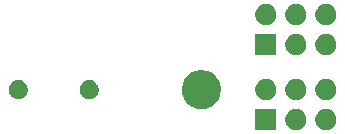
<source format=gbr>
G04 #@! TF.GenerationSoftware,KiCad,Pcbnew,(5.1.5)-3*
G04 #@! TF.CreationDate,2020-05-24T20:06:03+02:00*
G04 #@! TF.ProjectId,RiserBoard,52697365-7242-46f6-9172-642e6b696361,v0.1*
G04 #@! TF.SameCoordinates,Original*
G04 #@! TF.FileFunction,Soldermask,Bot*
G04 #@! TF.FilePolarity,Negative*
%FSLAX46Y46*%
G04 Gerber Fmt 4.6, Leading zero omitted, Abs format (unit mm)*
G04 Created by KiCad (PCBNEW (5.1.5)-3) date 2020-05-24 20:06:03*
%MOMM*%
%LPD*%
G04 APERTURE LIST*
%ADD10C,0.100000*%
G04 APERTURE END LIST*
D10*
G36*
X152513512Y-93718927D02*
G01*
X152662812Y-93748624D01*
X152826784Y-93816544D01*
X152974354Y-93915147D01*
X153099853Y-94040646D01*
X153198456Y-94188216D01*
X153266376Y-94352188D01*
X153301000Y-94526259D01*
X153301000Y-94703741D01*
X153266376Y-94877812D01*
X153198456Y-95041784D01*
X153099853Y-95189354D01*
X152974354Y-95314853D01*
X152826784Y-95413456D01*
X152662812Y-95481376D01*
X152513512Y-95511073D01*
X152488742Y-95516000D01*
X152311258Y-95516000D01*
X152286488Y-95511073D01*
X152137188Y-95481376D01*
X151973216Y-95413456D01*
X151825646Y-95314853D01*
X151700147Y-95189354D01*
X151601544Y-95041784D01*
X151533624Y-94877812D01*
X151499000Y-94703741D01*
X151499000Y-94526259D01*
X151533624Y-94352188D01*
X151601544Y-94188216D01*
X151700147Y-94040646D01*
X151825646Y-93915147D01*
X151973216Y-93816544D01*
X152137188Y-93748624D01*
X152286488Y-93718927D01*
X152311258Y-93714000D01*
X152488742Y-93714000D01*
X152513512Y-93718927D01*
G37*
G36*
X150761000Y-95516000D02*
G01*
X148959000Y-95516000D01*
X148959000Y-93714000D01*
X150761000Y-93714000D01*
X150761000Y-95516000D01*
G37*
G36*
X155053512Y-93718927D02*
G01*
X155202812Y-93748624D01*
X155366784Y-93816544D01*
X155514354Y-93915147D01*
X155639853Y-94040646D01*
X155738456Y-94188216D01*
X155806376Y-94352188D01*
X155841000Y-94526259D01*
X155841000Y-94703741D01*
X155806376Y-94877812D01*
X155738456Y-95041784D01*
X155639853Y-95189354D01*
X155514354Y-95314853D01*
X155366784Y-95413456D01*
X155202812Y-95481376D01*
X155053512Y-95511073D01*
X155028742Y-95516000D01*
X154851258Y-95516000D01*
X154826488Y-95511073D01*
X154677188Y-95481376D01*
X154513216Y-95413456D01*
X154365646Y-95314853D01*
X154240147Y-95189354D01*
X154141544Y-95041784D01*
X154073624Y-94877812D01*
X154039000Y-94703741D01*
X154039000Y-94526259D01*
X154073624Y-94352188D01*
X154141544Y-94188216D01*
X154240147Y-94040646D01*
X154365646Y-93915147D01*
X154513216Y-93816544D01*
X154677188Y-93748624D01*
X154826488Y-93718927D01*
X154851258Y-93714000D01*
X155028742Y-93714000D01*
X155053512Y-93718927D01*
G37*
G36*
X144774256Y-90466298D02*
G01*
X144880579Y-90487447D01*
X145181042Y-90611903D01*
X145451451Y-90792585D01*
X145681415Y-91022549D01*
X145862097Y-91292958D01*
X145974529Y-91564392D01*
X145986553Y-91593422D01*
X146050000Y-91912389D01*
X146050000Y-92237611D01*
X146007702Y-92450256D01*
X145986553Y-92556579D01*
X145862097Y-92857042D01*
X145681415Y-93127451D01*
X145451451Y-93357415D01*
X145181042Y-93538097D01*
X144880579Y-93662553D01*
X144774256Y-93683702D01*
X144561611Y-93726000D01*
X144236389Y-93726000D01*
X144023744Y-93683702D01*
X143917421Y-93662553D01*
X143616958Y-93538097D01*
X143346549Y-93357415D01*
X143116585Y-93127451D01*
X142935903Y-92857042D01*
X142811447Y-92556579D01*
X142790298Y-92450256D01*
X142748000Y-92237611D01*
X142748000Y-91912389D01*
X142811447Y-91593422D01*
X142823472Y-91564392D01*
X142935903Y-91292958D01*
X143116585Y-91022549D01*
X143346549Y-90792585D01*
X143616958Y-90611903D01*
X143917421Y-90487447D01*
X144023744Y-90466298D01*
X144236389Y-90424000D01*
X144561611Y-90424000D01*
X144774256Y-90466298D01*
G37*
G36*
X155053512Y-91178927D02*
G01*
X155202812Y-91208624D01*
X155366784Y-91276544D01*
X155514354Y-91375147D01*
X155639853Y-91500646D01*
X155738456Y-91648216D01*
X155806376Y-91812188D01*
X155841000Y-91986259D01*
X155841000Y-92163741D01*
X155806376Y-92337812D01*
X155738456Y-92501784D01*
X155639853Y-92649354D01*
X155514354Y-92774853D01*
X155366784Y-92873456D01*
X155202812Y-92941376D01*
X155053512Y-92971073D01*
X155028742Y-92976000D01*
X154851258Y-92976000D01*
X154826488Y-92971073D01*
X154677188Y-92941376D01*
X154513216Y-92873456D01*
X154365646Y-92774853D01*
X154240147Y-92649354D01*
X154141544Y-92501784D01*
X154073624Y-92337812D01*
X154039000Y-92163741D01*
X154039000Y-91986259D01*
X154073624Y-91812188D01*
X154141544Y-91648216D01*
X154240147Y-91500646D01*
X154365646Y-91375147D01*
X154513216Y-91276544D01*
X154677188Y-91208624D01*
X154826488Y-91178927D01*
X154851258Y-91174000D01*
X155028742Y-91174000D01*
X155053512Y-91178927D01*
G37*
G36*
X152513512Y-91178927D02*
G01*
X152662812Y-91208624D01*
X152826784Y-91276544D01*
X152974354Y-91375147D01*
X153099853Y-91500646D01*
X153198456Y-91648216D01*
X153266376Y-91812188D01*
X153301000Y-91986259D01*
X153301000Y-92163741D01*
X153266376Y-92337812D01*
X153198456Y-92501784D01*
X153099853Y-92649354D01*
X152974354Y-92774853D01*
X152826784Y-92873456D01*
X152662812Y-92941376D01*
X152513512Y-92971073D01*
X152488742Y-92976000D01*
X152311258Y-92976000D01*
X152286488Y-92971073D01*
X152137188Y-92941376D01*
X151973216Y-92873456D01*
X151825646Y-92774853D01*
X151700147Y-92649354D01*
X151601544Y-92501784D01*
X151533624Y-92337812D01*
X151499000Y-92163741D01*
X151499000Y-91986259D01*
X151533624Y-91812188D01*
X151601544Y-91648216D01*
X151700147Y-91500646D01*
X151825646Y-91375147D01*
X151973216Y-91276544D01*
X152137188Y-91208624D01*
X152286488Y-91178927D01*
X152311258Y-91174000D01*
X152488742Y-91174000D01*
X152513512Y-91178927D01*
G37*
G36*
X149973512Y-91178927D02*
G01*
X150122812Y-91208624D01*
X150286784Y-91276544D01*
X150434354Y-91375147D01*
X150559853Y-91500646D01*
X150658456Y-91648216D01*
X150726376Y-91812188D01*
X150761000Y-91986259D01*
X150761000Y-92163741D01*
X150726376Y-92337812D01*
X150658456Y-92501784D01*
X150559853Y-92649354D01*
X150434354Y-92774853D01*
X150286784Y-92873456D01*
X150122812Y-92941376D01*
X149973512Y-92971073D01*
X149948742Y-92976000D01*
X149771258Y-92976000D01*
X149746488Y-92971073D01*
X149597188Y-92941376D01*
X149433216Y-92873456D01*
X149285646Y-92774853D01*
X149160147Y-92649354D01*
X149061544Y-92501784D01*
X148993624Y-92337812D01*
X148959000Y-92163741D01*
X148959000Y-91986259D01*
X148993624Y-91812188D01*
X149061544Y-91648216D01*
X149160147Y-91500646D01*
X149285646Y-91375147D01*
X149433216Y-91276544D01*
X149597188Y-91208624D01*
X149746488Y-91178927D01*
X149771258Y-91174000D01*
X149948742Y-91174000D01*
X149973512Y-91178927D01*
G37*
G36*
X135138642Y-91304781D02*
G01*
X135284414Y-91365162D01*
X135284416Y-91365163D01*
X135415608Y-91452822D01*
X135527178Y-91564392D01*
X135583187Y-91648216D01*
X135614838Y-91695586D01*
X135675219Y-91841358D01*
X135706000Y-91996107D01*
X135706000Y-92153893D01*
X135675219Y-92308642D01*
X135663136Y-92337812D01*
X135614837Y-92454416D01*
X135527178Y-92585608D01*
X135415608Y-92697178D01*
X135284416Y-92784837D01*
X135284415Y-92784838D01*
X135284414Y-92784838D01*
X135138642Y-92845219D01*
X134983893Y-92876000D01*
X134826107Y-92876000D01*
X134671358Y-92845219D01*
X134525586Y-92784838D01*
X134525585Y-92784838D01*
X134525584Y-92784837D01*
X134394392Y-92697178D01*
X134282822Y-92585608D01*
X134195163Y-92454416D01*
X134146864Y-92337812D01*
X134134781Y-92308642D01*
X134104000Y-92153893D01*
X134104000Y-91996107D01*
X134134781Y-91841358D01*
X134195162Y-91695586D01*
X134226813Y-91648216D01*
X134282822Y-91564392D01*
X134394392Y-91452822D01*
X134525584Y-91365163D01*
X134525586Y-91365162D01*
X134671358Y-91304781D01*
X134826107Y-91274000D01*
X134983893Y-91274000D01*
X135138642Y-91304781D01*
G37*
G36*
X129138642Y-91304781D02*
G01*
X129284414Y-91365162D01*
X129284416Y-91365163D01*
X129415608Y-91452822D01*
X129527178Y-91564392D01*
X129583187Y-91648216D01*
X129614838Y-91695586D01*
X129675219Y-91841358D01*
X129706000Y-91996107D01*
X129706000Y-92153893D01*
X129675219Y-92308642D01*
X129663136Y-92337812D01*
X129614837Y-92454416D01*
X129527178Y-92585608D01*
X129415608Y-92697178D01*
X129284416Y-92784837D01*
X129284415Y-92784838D01*
X129284414Y-92784838D01*
X129138642Y-92845219D01*
X128983893Y-92876000D01*
X128826107Y-92876000D01*
X128671358Y-92845219D01*
X128525586Y-92784838D01*
X128525585Y-92784838D01*
X128525584Y-92784837D01*
X128394392Y-92697178D01*
X128282822Y-92585608D01*
X128195163Y-92454416D01*
X128146864Y-92337812D01*
X128134781Y-92308642D01*
X128104000Y-92153893D01*
X128104000Y-91996107D01*
X128134781Y-91841358D01*
X128195162Y-91695586D01*
X128226813Y-91648216D01*
X128282822Y-91564392D01*
X128394392Y-91452822D01*
X128525584Y-91365163D01*
X128525586Y-91365162D01*
X128671358Y-91304781D01*
X128826107Y-91274000D01*
X128983893Y-91274000D01*
X129138642Y-91304781D01*
G37*
G36*
X150761000Y-89166000D02*
G01*
X148959000Y-89166000D01*
X148959000Y-87364000D01*
X150761000Y-87364000D01*
X150761000Y-89166000D01*
G37*
G36*
X152513512Y-87368927D02*
G01*
X152662812Y-87398624D01*
X152826784Y-87466544D01*
X152974354Y-87565147D01*
X153099853Y-87690646D01*
X153198456Y-87838216D01*
X153266376Y-88002188D01*
X153301000Y-88176259D01*
X153301000Y-88353741D01*
X153266376Y-88527812D01*
X153198456Y-88691784D01*
X153099853Y-88839354D01*
X152974354Y-88964853D01*
X152826784Y-89063456D01*
X152662812Y-89131376D01*
X152513512Y-89161073D01*
X152488742Y-89166000D01*
X152311258Y-89166000D01*
X152286488Y-89161073D01*
X152137188Y-89131376D01*
X151973216Y-89063456D01*
X151825646Y-88964853D01*
X151700147Y-88839354D01*
X151601544Y-88691784D01*
X151533624Y-88527812D01*
X151499000Y-88353741D01*
X151499000Y-88176259D01*
X151533624Y-88002188D01*
X151601544Y-87838216D01*
X151700147Y-87690646D01*
X151825646Y-87565147D01*
X151973216Y-87466544D01*
X152137188Y-87398624D01*
X152286488Y-87368927D01*
X152311258Y-87364000D01*
X152488742Y-87364000D01*
X152513512Y-87368927D01*
G37*
G36*
X155053512Y-87368927D02*
G01*
X155202812Y-87398624D01*
X155366784Y-87466544D01*
X155514354Y-87565147D01*
X155639853Y-87690646D01*
X155738456Y-87838216D01*
X155806376Y-88002188D01*
X155841000Y-88176259D01*
X155841000Y-88353741D01*
X155806376Y-88527812D01*
X155738456Y-88691784D01*
X155639853Y-88839354D01*
X155514354Y-88964853D01*
X155366784Y-89063456D01*
X155202812Y-89131376D01*
X155053512Y-89161073D01*
X155028742Y-89166000D01*
X154851258Y-89166000D01*
X154826488Y-89161073D01*
X154677188Y-89131376D01*
X154513216Y-89063456D01*
X154365646Y-88964853D01*
X154240147Y-88839354D01*
X154141544Y-88691784D01*
X154073624Y-88527812D01*
X154039000Y-88353741D01*
X154039000Y-88176259D01*
X154073624Y-88002188D01*
X154141544Y-87838216D01*
X154240147Y-87690646D01*
X154365646Y-87565147D01*
X154513216Y-87466544D01*
X154677188Y-87398624D01*
X154826488Y-87368927D01*
X154851258Y-87364000D01*
X155028742Y-87364000D01*
X155053512Y-87368927D01*
G37*
G36*
X149973512Y-84828927D02*
G01*
X150122812Y-84858624D01*
X150286784Y-84926544D01*
X150434354Y-85025147D01*
X150559853Y-85150646D01*
X150658456Y-85298216D01*
X150726376Y-85462188D01*
X150761000Y-85636259D01*
X150761000Y-85813741D01*
X150726376Y-85987812D01*
X150658456Y-86151784D01*
X150559853Y-86299354D01*
X150434354Y-86424853D01*
X150286784Y-86523456D01*
X150122812Y-86591376D01*
X149973512Y-86621073D01*
X149948742Y-86626000D01*
X149771258Y-86626000D01*
X149746488Y-86621073D01*
X149597188Y-86591376D01*
X149433216Y-86523456D01*
X149285646Y-86424853D01*
X149160147Y-86299354D01*
X149061544Y-86151784D01*
X148993624Y-85987812D01*
X148959000Y-85813741D01*
X148959000Y-85636259D01*
X148993624Y-85462188D01*
X149061544Y-85298216D01*
X149160147Y-85150646D01*
X149285646Y-85025147D01*
X149433216Y-84926544D01*
X149597188Y-84858624D01*
X149746488Y-84828927D01*
X149771258Y-84824000D01*
X149948742Y-84824000D01*
X149973512Y-84828927D01*
G37*
G36*
X152513512Y-84828927D02*
G01*
X152662812Y-84858624D01*
X152826784Y-84926544D01*
X152974354Y-85025147D01*
X153099853Y-85150646D01*
X153198456Y-85298216D01*
X153266376Y-85462188D01*
X153301000Y-85636259D01*
X153301000Y-85813741D01*
X153266376Y-85987812D01*
X153198456Y-86151784D01*
X153099853Y-86299354D01*
X152974354Y-86424853D01*
X152826784Y-86523456D01*
X152662812Y-86591376D01*
X152513512Y-86621073D01*
X152488742Y-86626000D01*
X152311258Y-86626000D01*
X152286488Y-86621073D01*
X152137188Y-86591376D01*
X151973216Y-86523456D01*
X151825646Y-86424853D01*
X151700147Y-86299354D01*
X151601544Y-86151784D01*
X151533624Y-85987812D01*
X151499000Y-85813741D01*
X151499000Y-85636259D01*
X151533624Y-85462188D01*
X151601544Y-85298216D01*
X151700147Y-85150646D01*
X151825646Y-85025147D01*
X151973216Y-84926544D01*
X152137188Y-84858624D01*
X152286488Y-84828927D01*
X152311258Y-84824000D01*
X152488742Y-84824000D01*
X152513512Y-84828927D01*
G37*
G36*
X155053512Y-84828927D02*
G01*
X155202812Y-84858624D01*
X155366784Y-84926544D01*
X155514354Y-85025147D01*
X155639853Y-85150646D01*
X155738456Y-85298216D01*
X155806376Y-85462188D01*
X155841000Y-85636259D01*
X155841000Y-85813741D01*
X155806376Y-85987812D01*
X155738456Y-86151784D01*
X155639853Y-86299354D01*
X155514354Y-86424853D01*
X155366784Y-86523456D01*
X155202812Y-86591376D01*
X155053512Y-86621073D01*
X155028742Y-86626000D01*
X154851258Y-86626000D01*
X154826488Y-86621073D01*
X154677188Y-86591376D01*
X154513216Y-86523456D01*
X154365646Y-86424853D01*
X154240147Y-86299354D01*
X154141544Y-86151784D01*
X154073624Y-85987812D01*
X154039000Y-85813741D01*
X154039000Y-85636259D01*
X154073624Y-85462188D01*
X154141544Y-85298216D01*
X154240147Y-85150646D01*
X154365646Y-85025147D01*
X154513216Y-84926544D01*
X154677188Y-84858624D01*
X154826488Y-84828927D01*
X154851258Y-84824000D01*
X155028742Y-84824000D01*
X155053512Y-84828927D01*
G37*
M02*

</source>
